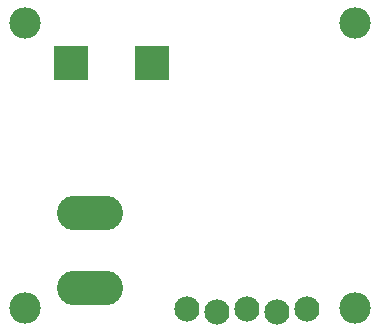
<source format=gbs>
%FSLAX23Y23*%
%MOIN*%
G04 EasyPC Gerber Version 15.0.4 Build 3016 *
%ADD72R,0.11500X0.11500*%
%ADD74C,0.08400*%
%ADD73O,0.22000X0.11500*%
%ADD29C,0.10461*%
X0Y0D02*
D02*
D29*
X101Y100D03*
Y1050D03*
X1201Y100D03*
Y1050D03*
D02*
D72*
X255Y916D03*
X525D03*
D02*
D73*
X317Y166D03*
Y416D03*
D02*
D74*
X642Y96D03*
X742Y86D03*
X842Y96D03*
X942Y86D03*
X1042Y96D03*
X0Y0D02*
M02*

</source>
